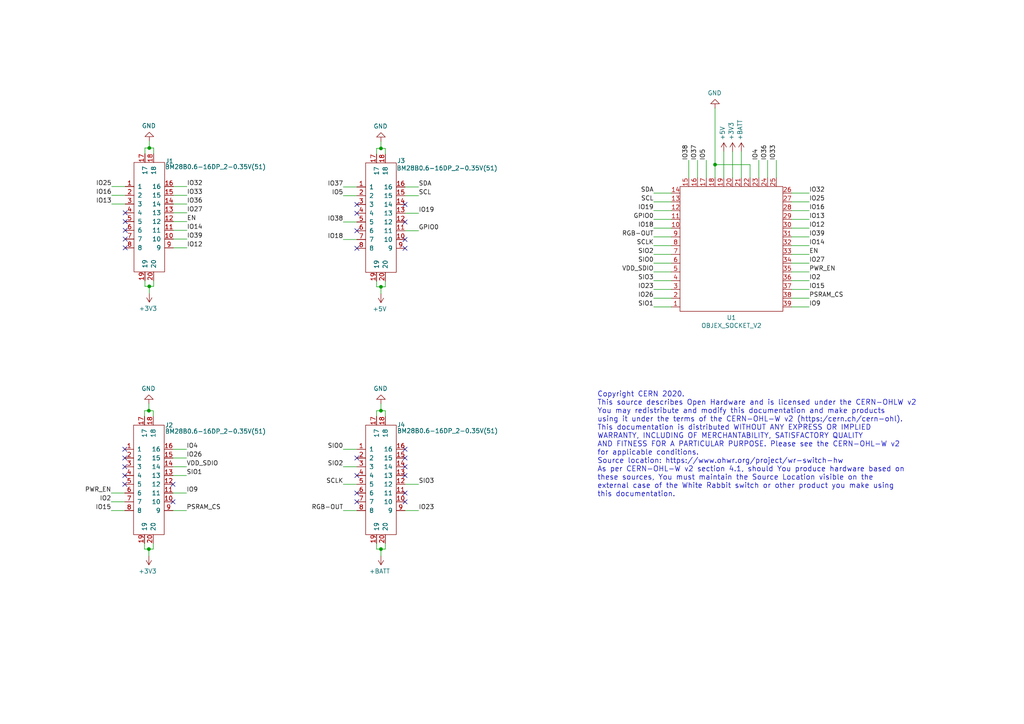
<source format=kicad_sch>
(kicad_sch (version 20211123) (generator eeschema)
  (paper "A4")
  (title_block (title "Socket for OBJEX Link") (date "2021-09-16") (rev "2.0") (company "OBJEX") (comment 1 "Designer: Salvatore Raccardi"))
  (lib_symbols
    (symbol "Connector:OBJEX_SOCKET_V2" (pin_names (offset 1.016))
      (property "Reference" "U" (at 14.605 28.575 0))
      (property "Value" "Connector_OBJEX_SOCKET_V2" (at 14.605 28.575 0))
      (symbol "OBJEX_SOCKET_V2_0_1"
        (rectangle (start -15.24 -8.89) (end 14.605 -45.085))
      )
      (symbol "OBJEX_SOCKET_V2_1_1"
        (pin input line (at -17.78 -43.815 0) (length 2.54) (name "~") (number "1"))
        (pin input line (at -17.78 -20.955 0) (length 2.54) (name "~") (number "10"))
        (pin input line (at -17.78 -18.415 0) (length 2.54) (name "~") (number "11"))
        (pin input line (at -17.78 -15.875 0) (length 2.54) (name "~") (number "12"))
        (pin input line (at -17.78 -13.335 0) (length 2.54) (name "~") (number "13"))
        (pin input line (at -17.78 -10.795 0) (length 2.54) (name "~") (number "14"))
        (pin input line (at -12.7 -6.35 270) (length 2.54) (name "~") (number "15"))
        (pin input line (at -10.16 -6.35 270) (length 2.54) (name "~") (number "16"))
        (pin input line (at -7.62 -6.35 270) (length 2.54) (name "~") (number "17"))
        (pin input line (at -5.08 -6.35 270) (length 2.54) (name "~") (number "18"))
        (pin input line (at -2.54 -6.35 270) (length 2.54) (name "~") (number "19"))
        (pin input line (at -17.78 -41.275 0) (length 2.54) (name "~") (number "2"))
        (pin input line (at 0 -6.35 270) (length 2.54) (name "~") (number "20"))
        (pin input line (at 2.54 -6.35 270) (length 2.54) (name "~") (number "21"))
        (pin input line (at 5.08 -6.35 270) (length 2.54) (name "~") (number "22"))
        (pin input line (at 7.62 -6.35 270) (length 2.54) (name "~") (number "23"))
        (pin input line (at 10.16 -6.35 270) (length 2.54) (name "~") (number "24"))
        (pin input line (at 12.7 -6.35 270) (length 2.54) (name "~") (number "25"))
        (pin input line (at 17.145 -10.795 180) (length 2.54) (name "~") (number "26"))
        (pin input line (at 17.145 -13.335 180) (length 2.54) (name "~") (number "27"))
        (pin input line (at 17.145 -15.875 180) (length 2.54) (name "~") (number "28"))
        (pin input line (at 17.145 -18.415 180) (length 2.54) (name "~") (number "29"))
        (pin input line (at -17.78 -38.735 0) (length 2.54) (name "~") (number "3"))
        (pin input line (at 17.145 -20.955 180) (length 2.54) (name "~") (number "30"))
        (pin input line (at 17.145 -23.495 180) (length 2.54) (name "~") (number "31"))
        (pin input line (at 17.145 -26.035 180) (length 2.54) (name "~") (number "32"))
        (pin input line (at 17.145 -28.575 180) (length 2.54) (name "~") (number "33"))
        (pin input line (at 17.145 -31.115 180) (length 2.54) (name "~") (number "34"))
        (pin input line (at 17.145 -33.655 180) (length 2.54) (name "~") (number "35"))
        (pin input line (at 17.145 -36.195 180) (length 2.54) (name "~") (number "36"))
        (pin input line (at 17.145 -38.735 180) (length 2.54) (name "~") (number "37"))
        (pin input line (at 17.145 -41.275 180) (length 2.54) (name "~") (number "38"))
        (pin input line (at 17.145 -43.815 180) (length 2.54) (name "~") (number "39"))
        (pin input line (at -17.78 -36.195 0) (length 2.54) (name "~") (number "4"))
        (pin input line (at -17.78 -33.655 0) (length 2.54) (name "~") (number "5"))
        (pin input line (at -17.78 -31.115 0) (length 2.54) (name "~") (number "6"))
        (pin input line (at -17.78 -28.575 0) (length 2.54) (name "~") (number "7"))
        (pin input line (at -17.78 -26.035 0) (length 2.54) (name "~") (number "8"))
        (pin input line (at -17.78 -23.495 0) (length 2.54) (name "~") (number "9"))
      )
    )
    (symbol "HiroseConnectors:BM28B0.6-16DP_2-0.35V(51)" (pin_names (offset 1.016))
      (property "Reference" "J" (at 0 0 0))
      (property "Value" "HiroseConnectors_BM28B0.6-16DP_2-0.35V(51)" (at 0 0 0))
      (symbol "BM28B0.6-16DP_2-0.35V(51)_0_1"
        (rectangle (start -3.81 -12.7) (end 5.08 -44.45))
      )
      (symbol "BM28B0.6-16DP_2-0.35V(51)_1_1"
        (pin bidirectional line (at -6.35 -19.685 0) (length 2.54) (name "1") (number "1"))
        (pin bidirectional line (at 7.62 -34.925 180) (length 2.54) (name "10") (number "10"))
        (pin bidirectional line (at 7.62 -32.385 180) (length 2.54) (name "11") (number "11"))
        (pin bidirectional line (at 7.62 -29.845 180) (length 2.54) (name "12") (number "12"))
        (pin bidirectional line (at 7.62 -27.305 180) (length 2.54) (name "13") (number "13"))
        (pin bidirectional line (at 7.62 -24.765 180) (length 2.54) (name "14") (number "14"))
        (pin bidirectional line (at 7.62 -22.225 180) (length 2.54) (name "15") (number "15"))
        (pin bidirectional line (at 7.62 -19.685 180) (length 2.54) (name "16") (number "16"))
        (pin bidirectional line (at -0.635 -10.16 270) (length 2.54) (name "17") (number "17"))
        (pin bidirectional line (at 1.905 -10.16 270) (length 2.54) (name "18") (number "18"))
        (pin bidirectional line (at -0.635 -46.99 90) (length 2.54) (name "19") (number "19"))
        (pin bidirectional line (at -6.35 -22.225 0) (length 2.54) (name "2") (number "2"))
        (pin bidirectional line (at 1.905 -46.99 90) (length 2.54) (name "20") (number "20"))
        (pin bidirectional line (at -6.35 -24.765 0) (length 2.54) (name "3") (number "3"))
        (pin bidirectional line (at -6.35 -27.305 0) (length 2.54) (name "4") (number "4"))
        (pin bidirectional line (at -6.35 -29.845 0) (length 2.54) (name "5") (number "5"))
        (pin bidirectional line (at -6.35 -32.385 0) (length 2.54) (name "6") (number "6"))
        (pin bidirectional line (at -6.35 -34.925 0) (length 2.54) (name "7") (number "7"))
        (pin bidirectional line (at -6.35 -37.465 0) (length 2.54) (name "8") (number "8"))
        (pin bidirectional line (at 7.62 -37.465 180) (length 2.54) (name "9") (number "9"))
      )
    )
    (symbol "power:+3V3" (power) (pin_names (offset 0))
      (property "Value" "+3V3" (at 0 3.556 0))
      (symbol "+3V3_0_1"
        (polyline (pts (xy -0.762 1.27) (xy 0 2.54)))
        (polyline (pts (xy 0 0) (xy 0 2.54)))
        (polyline (pts (xy 0 2.54) (xy 0.762 1.27)))
      )
      (symbol "+3V3_1_1"
        (pin power_in line (at 0 0 90) (length 0) hide (name "+3V3") (number "1"))
      )
    )
    (symbol "power:+5V" (power) (pin_names (offset 0))
      (property "Value" "+5V" (at 0 3.556 0))
      (symbol "+5V_0_1"
        (polyline (pts (xy -0.762 1.27) (xy 0 2.54)))
        (polyline (pts (xy 0 0) (xy 0 2.54)))
        (polyline (pts (xy 0 2.54) (xy 0.762 1.27)))
      )
      (symbol "+5V_1_1"
        (pin power_in line (at 0 0 90) (length 0) hide (name "+5V") (number "1"))
      )
    )
    (symbol "power:+BATT" (power) (pin_names (offset 0))
      (property "Value" "+BATT" (at 0 3.556 0))
      (symbol "+BATT_0_1"
        (polyline (pts (xy -0.762 1.27) (xy 0 2.54)))
        (polyline (pts (xy 0 0) (xy 0 2.54)))
        (polyline (pts (xy 0 2.54) (xy 0.762 1.27)))
      )
      (symbol "+BATT_1_1"
        (pin power_in line (at 0 0 90) (length 0) hide (name "+BATT") (number "1"))
      )
    )
    (symbol "power:GND" (power) (pin_names (offset 0))
      (property "Value" "GND" (at 0 -3.81 0))
      (symbol "GND_0_1"
        (polyline (pts (xy 0 0) (xy 0 -1.27) (xy 1.27 -1.27) (xy 0 -2.54) (xy -1.27 -1.27) (xy 0 -1.27)))
      )
      (symbol "GND_1_1"
        (pin power_in line (at 0 0 270) (length 0) hide (name "GND") (number "1"))
      )
    )
  )
  (junction (at 207.391 47.752))
  (junction (at 43.18 119.126))
  (junction (at 110.49 119.126))
  (junction (at 110.49 43.053))
  (junction (at 43.307 83.058))
  (junction (at 110.49 83.185))
  (junction (at 43.307 42.926))
  (junction (at 43.18 159.258))
  (junction (at 110.49 159.258))
  (no_connect (at 36.322 71.882))
  (no_connect (at 36.195 132.842))
  (no_connect (at 36.322 64.262))
  (no_connect (at 36.195 137.922))
  (no_connect (at 36.322 69.342))
  (no_connect (at 117.475 137.922))
  (no_connect (at 36.195 140.462))
  (no_connect (at 103.505 66.929))
  (no_connect (at 117.475 145.542))
  (no_connect (at 50.165 140.462))
  (no_connect (at 117.475 64.389))
  (no_connect (at 36.322 61.722))
  (no_connect (at 103.505 137.922))
  (no_connect (at 117.475 130.302))
  (no_connect (at 103.505 72.009))
  (no_connect (at 36.195 135.382))
  (no_connect (at 50.165 145.542))
  (no_connect (at 103.505 145.542))
  (no_connect (at 117.475 69.469))
  (no_connect (at 117.475 135.382))
  (no_connect (at 103.505 61.849))
  (no_connect (at 117.475 59.309))
  (no_connect (at 117.475 143.002))
  (no_connect (at 103.505 59.309))
  (no_connect (at 36.322 66.802))
  (no_connect (at 103.505 132.842))
  (no_connect (at 117.475 132.842))
  (no_connect (at 103.505 143.002))
  (no_connect (at 117.475 72.009))
  (no_connect (at 36.195 130.302))
  (wire (pts (xy 121.412 61.849) (xy 117.475 61.849)))
  (wire (pts (xy 225.171 51.562) (xy 225.171 46.482)))
  (wire (pts (xy 194.691 68.707) (xy 189.611 68.707)))
  (wire (pts (xy 43.307 83.058) (xy 43.307 85.09)))
  (wire (pts (xy 229.616 68.707) (xy 234.696 68.707)))
  (wire (pts (xy 54.229 64.262) (xy 50.292 64.262)))
  (wire (pts (xy 110.49 119.126) (xy 110.49 117.094)))
  (wire (pts (xy 50.165 137.922) (xy 54.102 137.922)))
  (wire (pts (xy 109.22 159.258) (xy 109.22 157.607)))
  (wire (pts (xy 41.91 119.126) (xy 43.18 119.126)))
  (wire (pts (xy 36.195 143.002) (xy 32.258 143.002)))
  (wire (pts (xy 215.011 51.562) (xy 215.011 43.942)))
  (wire (pts (xy 44.577 83.058) (xy 43.307 83.058)))
  (wire (pts (xy 229.616 86.487) (xy 234.696 86.487)))
  (wire (pts (xy 194.691 83.947) (xy 189.611 83.947)))
  (wire (pts (xy 50.165 143.002) (xy 54.102 143.002)))
  (wire (pts (xy 103.505 130.302) (xy 99.568 130.302)))
  (wire (pts (xy 207.391 47.752) (xy 207.391 51.562)))
  (wire (pts (xy 103.505 69.469) (xy 99.568 69.469)))
  (wire (pts (xy 36.195 148.082) (xy 32.258 148.082)))
  (wire (pts (xy 212.471 51.562) (xy 212.471 43.942)))
  (wire (pts (xy 103.505 54.229) (xy 99.568 54.229)))
  (wire (pts (xy 111.76 81.534) (xy 111.76 83.185)))
  (wire (pts (xy 103.505 148.082) (xy 99.568 148.082)))
  (wire (pts (xy 54.229 59.182) (xy 50.292 59.182)))
  (wire (pts (xy 202.311 51.562) (xy 202.311 46.482)))
  (wire (pts (xy 110.49 43.053) (xy 111.76 43.053)))
  (wire (pts (xy 50.165 135.382) (xy 54.102 135.382)))
  (wire (pts (xy 109.22 43.053) (xy 110.49 43.053)))
  (wire (pts (xy 50.165 148.082) (xy 54.102 148.082)))
  (wire (pts (xy 50.165 132.842) (xy 54.102 132.842)))
  (wire (pts (xy 110.49 159.258) (xy 110.49 161.29)))
  (wire (pts (xy 194.691 71.247) (xy 189.611 71.247)))
  (wire (pts (xy 43.307 42.926) (xy 43.307 40.894)))
  (wire (pts (xy 194.691 89.027) (xy 189.611 89.027)))
  (wire (pts (xy 194.691 66.167) (xy 189.611 66.167)))
  (wire (pts (xy 111.76 83.185) (xy 110.49 83.185)))
  (wire (pts (xy 121.412 66.929) (xy 117.475 66.929)))
  (wire (pts (xy 110.49 83.185) (xy 110.49 85.217)))
  (wire (pts (xy 42.037 42.926) (xy 43.307 42.926)))
  (wire (pts (xy 103.505 64.389) (xy 99.568 64.389)))
  (wire (pts (xy 43.18 159.258) (xy 41.91 159.258)))
  (wire (pts (xy 194.691 76.327) (xy 189.611 76.327)))
  (wire (pts (xy 41.91 159.258) (xy 41.91 157.607)))
  (wire (pts (xy 54.229 56.642) (xy 50.292 56.642)))
  (wire (pts (xy 207.391 47.752) (xy 207.391 31.369)))
  (wire (pts (xy 229.616 78.867) (xy 234.696 78.867)))
  (wire (pts (xy 110.49 43.053) (xy 110.49 41.021)))
  (wire (pts (xy 204.851 51.562) (xy 204.851 46.482)))
  (wire (pts (xy 43.307 42.926) (xy 44.577 42.926)))
  (wire (pts (xy 199.771 51.562) (xy 199.771 46.482)))
  (wire (pts (xy 54.229 61.722) (xy 50.292 61.722)))
  (wire (pts (xy 194.691 58.547) (xy 189.611 58.547)))
  (wire (pts (xy 111.76 159.258) (xy 110.49 159.258)))
  (wire (pts (xy 111.76 119.126) (xy 111.76 120.777)))
  (wire (pts (xy 229.616 63.627) (xy 234.696 63.627)))
  (wire (pts (xy 109.22 119.126) (xy 110.49 119.126)))
  (wire (pts (xy 194.691 63.627) (xy 189.611 63.627)))
  (wire (pts (xy 36.195 145.542) (xy 32.258 145.542)))
  (wire (pts (xy 229.616 83.947) (xy 234.696 83.947)))
  (wire (pts (xy 36.322 59.182) (xy 32.385 59.182)))
  (wire (pts (xy 229.616 58.547) (xy 234.696 58.547)))
  (wire (pts (xy 54.229 66.802) (xy 50.292 66.802)))
  (wire (pts (xy 36.322 54.102) (xy 32.385 54.102)))
  (wire (pts (xy 44.577 81.407) (xy 44.577 83.058)))
  (wire (pts (xy 209.931 51.562) (xy 209.931 43.942)))
  (wire (pts (xy 194.691 81.407) (xy 189.611 81.407)))
  (wire (pts (xy 229.616 61.087) (xy 234.696 61.087)))
  (wire (pts (xy 220.091 51.562) (xy 220.091 46.482)))
  (wire (pts (xy 36.322 56.642) (xy 32.385 56.642)))
  (wire (pts (xy 229.616 71.247) (xy 234.696 71.247)))
  (wire (pts (xy 121.412 56.769) (xy 117.475 56.769)))
  (wire (pts (xy 43.18 119.126) (xy 44.45 119.126)))
  (wire (pts (xy 121.412 54.229) (xy 117.475 54.229)))
  (wire (pts (xy 42.037 44.577) (xy 42.037 42.926)))
  (wire (pts (xy 41.91 120.777) (xy 41.91 119.126)))
  (wire (pts (xy 121.412 148.082) (xy 117.475 148.082)))
  (wire (pts (xy 194.691 86.487) (xy 189.611 86.487)))
  (wire (pts (xy 110.49 83.185) (xy 109.22 83.185)))
  (wire (pts (xy 44.45 119.126) (xy 44.45 120.777)))
  (wire (pts (xy 43.18 119.126) (xy 43.18 117.094)))
  (wire (pts (xy 229.616 66.167) (xy 234.696 66.167)))
  (wire (pts (xy 109.22 83.185) (xy 109.22 81.534)))
  (wire (pts (xy 111.76 157.607) (xy 111.76 159.258)))
  (wire (pts (xy 229.616 73.787) (xy 234.696 73.787)))
  (wire (pts (xy 54.229 54.102) (xy 50.292 54.102)))
  (wire (pts (xy 43.307 83.058) (xy 42.037 83.058)))
  (wire (pts (xy 229.616 81.407) (xy 234.696 81.407)))
  (wire (pts (xy 121.412 140.462) (xy 117.475 140.462)))
  (wire (pts (xy 50.165 130.302) (xy 54.102 130.302)))
  (wire (pts (xy 103.505 140.462) (xy 99.568 140.462)))
  (wire (pts (xy 54.229 71.882) (xy 50.292 71.882)))
  (wire (pts (xy 103.505 135.382) (xy 99.568 135.382)))
  (wire (pts (xy 44.45 157.607) (xy 44.45 159.258)))
  (wire (pts (xy 194.691 78.867) (xy 189.611 78.867)))
  (wire (pts (xy 44.577 42.926) (xy 44.577 44.577)))
  (wire (pts (xy 229.616 56.007) (xy 234.696 56.007)))
  (wire (pts (xy 103.505 56.769) (xy 99.568 56.769)))
  (wire (pts (xy 217.551 51.562) (xy 217.551 47.752)))
  (wire (pts (xy 194.691 56.007) (xy 189.611 56.007)))
  (wire (pts (xy 54.229 69.342) (xy 50.292 69.342)))
  (wire (pts (xy 43.18 159.258) (xy 43.18 161.29)))
  (wire (pts (xy 229.616 89.027) (xy 234.696 89.027)))
  (wire (pts (xy 42.037 83.058) (xy 42.037 81.407)))
  (wire (pts (xy 194.691 61.087) (xy 189.611 61.087)))
  (wire (pts (xy 109.22 120.777) (xy 109.22 119.126)))
  (wire (pts (xy 222.631 51.562) (xy 222.631 46.482)))
  (wire (pts (xy 44.45 159.258) (xy 43.18 159.258)))
  (wire (pts (xy 111.76 43.053) (xy 111.76 44.704)))
  (wire (pts (xy 194.691 73.787) (xy 189.611 73.787)))
  (wire (pts (xy 217.551 47.752) (xy 207.391 47.752)))
  (wire (pts (xy 109.22 44.704) (xy 109.22 43.053)))
  (wire (pts (xy 229.616 76.327) (xy 234.696 76.327)))
  (wire (pts (xy 110.49 119.126) (xy 111.76 119.126)))
  (wire (pts (xy 110.49 159.258) (xy 109.22 159.258)))
  (text "Copyright CERN 2020.\nThis source describes Open Hardware and is licensed under the CERN-OHLW v2\nYou may redistribute and modify this documentation and make products\nusing it under the terms of the CERN-OHL-W v2 (https:/cern.ch/cern-ohl).\nThis documentation is distributed WITHOUT ANY EXPRESS OR IMPLIED\nWARRANTY, INCLUDING OF MERCHANTABILITY, SATISFACTORY QUALITY\nAND FITNESS FOR A PARTICULAR PURPOSE. Please see the CERN-OHL-W v2\nfor applicable conditions.\nSource location: https://www.ohwr.org/project/wr-switch-hw\nAs per CERN-OHL-W v2 section 4.1, should You produce hardware based on\nthese sources, You must maintain the Source Location visible on the\nexternal case of the White Rabbit switch or other product you make using\nthis documentation." (at 173.228 144.272 0) (effects (font (size 1.4986 1.4986)) (justify left bottom)))
  (label "SCLK" (at 99.568 140.462 180))
  (label "SDA" (at 189.611 56.007 180))
  (label "IO39" (at 54.229 69.342 0))
  (label "RGB-OUT" (at 189.611 68.707 180))
  (label "SIO0" (at 189.611 76.327 180))
  (label "PWR_EN" (at 32.258 143.002 180))
  (label "IO25" (at 32.385 54.102 180))
  (label "IO14" (at 234.696 71.247 0))
  (label "SIO3" (at 189.611 81.407 180))
  (label "PWR_EN" (at 234.696 78.867 0))
  (label "EN" (at 234.696 73.787 0))
  (label "IO36" (at 54.229 59.182 0))
  (label "SCLK" (at 189.611 71.247 180))
  (label "SIO0" (at 99.568 130.302 180))
  (label "IO15" (at 32.258 148.082 180))
  (label "IO16" (at 234.696 61.087 0))
  (label "IO16" (at 32.385 56.642 180))
  (label "IO12" (at 54.229 71.882 0))
  (label "EN" (at 54.229 64.262 0))
  (label "SIO3" (at 121.412 140.462 0))
  (label "IO19" (at 189.611 61.087 180))
  (label "SDA" (at 121.412 54.229 0))
  (label "IO2" (at 32.258 145.542 180))
  (label "IO33" (at 54.229 56.642 0))
  (label "IO26" (at 189.611 86.487 180))
  (label "SIO2" (at 99.568 135.382 180))
  (label "GPIO0" (at 189.611 63.627 180))
  (label "IO37" (at 202.311 46.482 90))
  (label "IO27" (at 54.229 61.722 0))
  (label "IO9" (at 54.102 143.002 0))
  (label "VDD_SDIO" (at 54.102 135.382 0))
  (label "IO14" (at 54.229 66.802 0))
  (label "GPIO0" (at 121.412 66.929 0))
  (label "IO9" (at 234.696 89.027 0))
  (label "IO32" (at 54.229 54.102 0))
  (label "IO25" (at 234.696 58.547 0))
  (label "SCL" (at 189.611 58.547 180))
  (label "RGB-OUT" (at 99.568 148.082 180))
  (label "SIO1" (at 54.102 137.922 0))
  (label "IO2" (at 234.696 81.407 0))
  (label "IO15" (at 234.696 83.947 0))
  (label "IO18" (at 189.611 66.167 180))
  (label "SIO2" (at 189.611 73.787 180))
  (label "PSRAM_CS" (at 54.102 148.082 0))
  (label "IO18" (at 99.568 69.469 180))
  (label "IO33" (at 225.171 46.482 90))
  (label "IO4" (at 220.091 46.482 90))
  (label "IO38" (at 99.568 64.389 180))
  (label "SCL" (at 121.412 56.769 0))
  (label "IO13" (at 32.385 59.182 180))
  (label "IO12" (at 234.696 66.167 0))
  (label "VDD_SDIO" (at 189.611 78.867 180))
  (label "IO36" (at 222.631 46.482 90))
  (label "IO27" (at 234.696 76.327 0))
  (label "IO5" (at 204.851 46.482 90))
  (label "IO37" (at 99.568 54.229 180))
  (label "IO23" (at 121.412 148.082 0))
  (label "IO23" (at 189.611 83.947 180))
  (label "IO39" (at 234.696 68.707 0))
  (label "IO32" (at 234.696 56.007 0))
  (label "SIO1" (at 189.611 89.027 180))
  (label "IO26" (at 54.102 132.842 0))
  (label "IO13" (at 234.696 63.627 0))
  (label "IO38" (at 199.771 46.482 90))
  (label "IO4" (at 54.102 130.302 0))
  (label "IO19" (at 121.412 61.849 0))
  (label "IO5" (at 99.568 56.769 180))
  (label "PSRAM_CS" (at 234.696 86.487 0))
  (symbol (lib_id "HiroseConnectors:BM28B0.6-16DP_2-0.35V(51)") (at 42.672 34.417 0) (unit 1)
    (property "Reference" "J1" (at 49.149 46.736 0))
    (property "Value" "BM28B0.6-16DP_2-0.35V(51)" (at 62.484 48.387 0))
    (property "Footprint" "Connector_Hirose:BM28B0.6-16DP-2-0.35V(51)" (effects hide))
  )
  (symbol (lib_id "HiroseConnectors:BM28B0.6-16DP_2-0.35V(51)") (at 109.855 34.544 0) (unit 1)
    (property "Reference" "J3" (at 116.332 46.609 0))
    (property "Value" "BM28B0.6-16DP_2-0.35V(51)" (at 129.667 48.768 0))
    (property "Footprint" "Connector_Hirose:BM28B0.6-16DP-2-0.35V(51)" (effects hide))
  )
  (symbol (lib_id "HiroseConnectors:BM28B0.6-16DP_2-0.35V(51)") (at 42.545 110.617 0) (unit 1)
    (property "Reference" "J2" (at 49.022 123.317 0))
    (property "Value" "BM28B0.6-16DP_2-0.35V(51)" (at 62.484 125.095 0))
    (property "Footprint" "Connector_Hirose:BM28B0.6-16DP-2-0.35V(51)" (effects hide))
  )
  (symbol (lib_id "HiroseConnectors:BM28B0.6-16DP_2-0.35V(51)") (at 109.855 110.617 0) (unit 1)
    (property "Reference" "J4" (at 116.332 123.19 0))
    (property "Value" "BM28B0.6-16DP_2-0.35V(51)" (at 129.794 124.968 0))
    (property "Footprint" "Connector_Hirose:BM28B0.6-16DP-2-0.35V(51)" (effects hide))
  )
  (symbol (lib_id "power:GND") (at 43.307 40.894 180) (unit 1)
    (property "Reference" "#PWR0101" (effects hide))
    (property "Value" "GND" (at 43.18 36.4998 0))
  )
  (symbol (lib_id "power:+3V3") (at 43.307 85.09 180) (unit 1)
    (property "Reference" "#PWR0102" (effects hide))
    (property "Value" "+3V3" (at 42.926 89.4842 0))
  )
  (symbol (lib_id "power:GND") (at 43.18 117.094 180) (unit 1)
    (property "Reference" "#PWR0103" (effects hide))
    (property "Value" "GND" (at 43.053 112.6998 0))
  )
  (symbol (lib_id "power:+3V3") (at 43.18 161.29 180) (unit 1)
    (property "Reference" "#PWR0104" (effects hide))
    (property "Value" "+3V3" (at 42.799 165.6842 0))
  )
  (symbol (lib_id "power:GND") (at 110.49 117.094 180) (unit 1)
    (property "Reference" "#PWR0105" (effects hide))
    (property "Value" "GND" (at 110.363 112.6998 0))
  )
  (symbol (lib_id "power:GND") (at 110.49 41.021 180) (unit 1)
    (property "Reference" "#PWR0106" (effects hide))
    (property "Value" "GND" (at 110.363 36.6268 0))
  )
  (symbol (lib_id "power:+5V") (at 110.49 85.217 180) (unit 1)
    (property "Reference" "#PWR0107" (effects hide))
    (property "Value" "+5V" (at 110.109 89.6112 0))
  )
  (symbol (lib_id "power:+5V") (at 209.931 43.942 0) (mirror y) (unit 1)
    (property "Reference" "#PWR0109" (effects hide))
    (property "Value" "+5V" (at 209.55 40.6908 90) (effects (justify left)))
  )
  (symbol (lib_id "power:+3V3") (at 212.471 43.942 0) (mirror y) (unit 1)
    (property "Reference" "#PWR0110" (effects hide))
    (property "Value" "+3V3" (at 212.09 40.6908 90) (effects (justify left)))
  )
  (symbol (lib_id "power:+BATT") (at 215.011 43.942 0) (mirror y) (unit 1)
    (property "Reference" "#PWR0111" (effects hide))
    (property "Value" "+BATT" (at 214.63 40.7162 90) (effects (justify left)))
  )
  (symbol (lib_id "power:+BATT") (at 110.49 161.29 180) (unit 1)
    (property "Reference" "#PWR0108" (effects hide))
    (property "Value" "+BATT" (at 110.109 165.6842 0))
  )
  (symbol (lib_id "Connector:OBJEX_SOCKET_V2") (at 212.471 45.212 0) (unit 1)
    (property "Reference" "U1" (at 212.1408 92.1258 0))
    (property "Value" "OBJEX_SOCKET_V2" (at 212.1408 94.4372 0))
    (property "Footprint" "Connector:OBJEX_Link-Castellated" (effects hide))
  )
  (symbol (lib_id "power:GND") (at 207.391 31.369 180) (unit 1)
    (property "Reference" "#PWR0112" (effects hide))
    (property "Value" "GND" (at 207.264 26.9748 0))
  )
)
</source>
